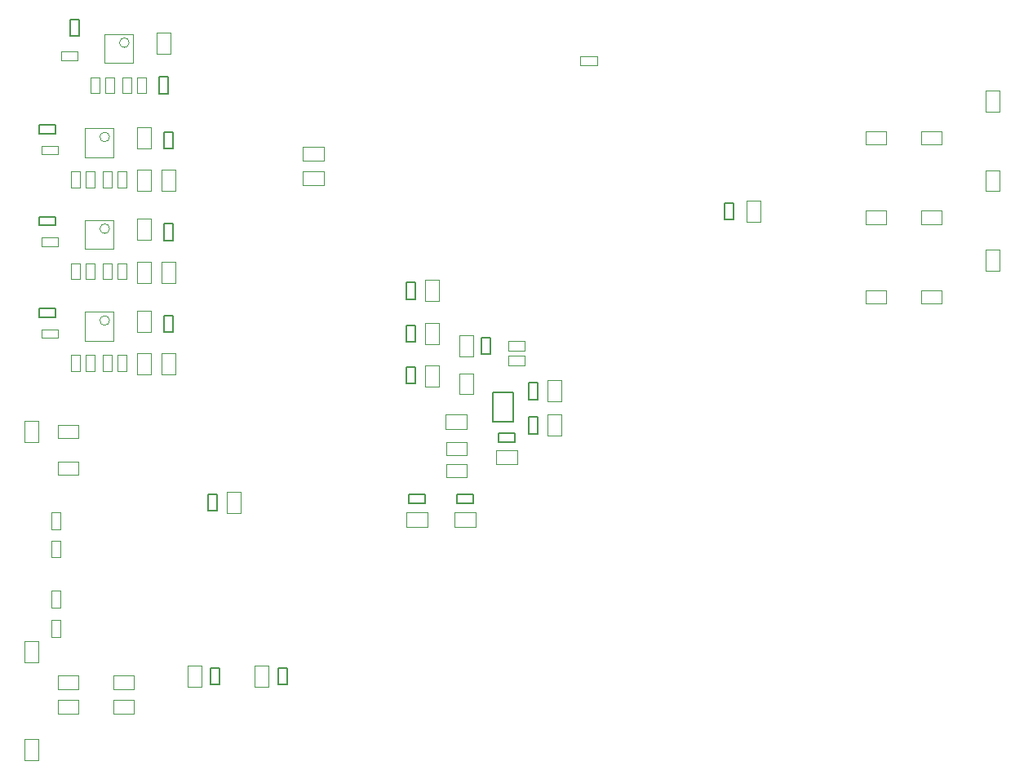
<source format=gbr>
%TF.GenerationSoftware,Altium Limited,Altium Designer,19.1.7 (138)*%
G04 Layer_Color=1265191*
%FSLAX26Y26*%
%MOIN*%
%TF.FileFunction,Other,Bottom_3D_Body*%
%TF.Part,Single*%
G01*
G75*
%TA.AperFunction,NonConductor*%
%ADD49C,0.003937*%
%ADD52C,0.007874*%
D49*
X1573307Y4363622D02*
G03*
X1573307Y4363622I-19685J0D01*
G01*
X1493307Y3978622D02*
G03*
X1493307Y3978622I-19685J0D01*
G01*
Y3603622D02*
G03*
X1493307Y3603622I-19685J0D01*
G01*
Y3228622D02*
G03*
X1493307Y3228622I-19685J0D01*
G01*
X4807677Y3947441D02*
X4892323D01*
X4807677Y4002559D02*
X4892323D01*
X4807677Y3947441D02*
Y4002559D01*
X4892323Y3947441D02*
Y4002559D01*
X4582677Y3947441D02*
X4667323D01*
X4582677Y4002559D02*
X4667323D01*
X4582677Y3947441D02*
Y4002559D01*
X4667323Y3947441D02*
Y4002559D01*
X4582677Y3622441D02*
X4667323D01*
X4582677Y3677559D02*
X4667323D01*
X4582677Y3622441D02*
Y3677559D01*
X4667323Y3622441D02*
Y3677559D01*
X4807677Y3622441D02*
X4892323D01*
X4807677Y3677559D02*
X4892323D01*
X4807677Y3622441D02*
Y3677559D01*
X4892323Y3622441D02*
Y3677559D01*
X2867677Y2677441D02*
X2952323D01*
X2867677Y2732559D02*
X2952323D01*
X2867677Y2677441D02*
Y2732559D01*
X2952323Y2677441D02*
Y2732559D01*
Y2587441D02*
Y2642559D01*
X2867677Y2587441D02*
Y2642559D01*
X2952323D01*
X2867677Y2587441D02*
X2952323D01*
X2922441Y2927677D02*
X2977559D01*
X2922441Y3012323D02*
X2977559D01*
Y2927677D02*
Y3012323D01*
X2922441Y2927677D02*
Y3012323D01*
X1589055Y4280945D02*
Y4399055D01*
X1470945Y4280945D02*
Y4399055D01*
X1589055D01*
X1470945Y4280945D02*
X1589055D01*
X1507677Y1777559D02*
X1592323D01*
X1507677Y1722441D02*
X1592323D01*
Y1777559D01*
X1507677Y1722441D02*
Y1777559D01*
X1507677Y1622441D02*
X1592323D01*
X1507677Y1677559D02*
X1592323D01*
X1507677Y1622441D02*
Y1677559D01*
X1592323Y1622441D02*
Y1677559D01*
X1282677Y1622441D02*
X1367323D01*
X1282677Y1677559D02*
X1367323D01*
X1282677Y1622441D02*
Y1677559D01*
X1367323Y1622441D02*
Y1677559D01*
X1282677Y1777559D02*
X1367323D01*
X1282677Y1722441D02*
X1367323D01*
Y1777559D01*
X1282677Y1722441D02*
Y1777559D01*
X1282677Y2597441D02*
X1367323D01*
X1282677Y2652559D02*
X1367323D01*
X1282677Y2597441D02*
Y2652559D01*
X1367323Y2597441D02*
Y2652559D01*
X1282677Y2802559D02*
X1367323D01*
X1282677Y2747441D02*
X1367323D01*
Y2802559D01*
X1282677Y2747441D02*
Y2802559D01*
X4667323Y3297441D02*
Y3352559D01*
X4582677Y3297441D02*
Y3352559D01*
X4667323D01*
X4582677Y3297441D02*
X4667323D01*
X4892323D02*
Y3352559D01*
X4807677Y3297441D02*
Y3352559D01*
X4892323D01*
X4807677Y3297441D02*
X4892323D01*
X1763543Y3756693D02*
Y3843307D01*
X1706457Y3756693D02*
Y3843307D01*
Y3756693D02*
X1763543D01*
X1706457Y3843307D02*
X1763543D01*
X1283465Y3907284D02*
Y3942716D01*
X1216535Y3907284D02*
Y3942716D01*
X1283465D01*
X1216535Y3907284D02*
X1283465D01*
X1663543Y3756693D02*
Y3843307D01*
X1606457Y3756693D02*
Y3843307D01*
Y3756693D02*
X1663543D01*
X1606457Y3843307D02*
X1663543D01*
X1336299Y3837480D02*
X1373701D01*
X1336299Y3772520D02*
X1373701D01*
X1336299D02*
Y3837480D01*
X1373701Y3772520D02*
Y3837480D01*
X1526299D02*
X1563701D01*
X1526299Y3772520D02*
X1563701D01*
X1526299D02*
Y3837480D01*
X1563701Y3772520D02*
Y3837480D01*
X1396299D02*
X1433701D01*
X1396299Y3772520D02*
X1433701D01*
X1396299D02*
Y3837480D01*
X1433701Y3772520D02*
Y3837480D01*
X1466299Y3772520D02*
X1503701D01*
X1466299Y3837480D02*
X1503701D01*
Y3772520D02*
Y3837480D01*
X1466299Y3772520D02*
Y3837480D01*
X1606457Y4018307D02*
X1663543D01*
X1606457Y3931693D02*
X1663543D01*
X1606457D02*
Y4018307D01*
X1663543Y3931693D02*
Y4018307D01*
X1509055Y3895945D02*
Y4014055D01*
X1390945Y3895945D02*
Y4014055D01*
X1509055D01*
X1390945Y3895945D02*
X1509055D01*
X1763543Y3381693D02*
Y3468307D01*
X1706457Y3381693D02*
Y3468307D01*
Y3381693D02*
X1763543D01*
X1706457Y3468307D02*
X1763543D01*
X1283465Y3532284D02*
Y3567716D01*
X1216535Y3532284D02*
Y3567716D01*
X1283465D01*
X1216535Y3532284D02*
X1283465D01*
X1663543Y3381693D02*
Y3468307D01*
X1606457Y3381693D02*
Y3468307D01*
Y3381693D02*
X1663543D01*
X1606457Y3468307D02*
X1663543D01*
X1336299Y3462480D02*
X1373701D01*
X1336299Y3397520D02*
X1373701D01*
X1336299D02*
Y3462480D01*
X1373701Y3397520D02*
Y3462480D01*
X1526299D02*
X1563701D01*
X1526299Y3397520D02*
X1563701D01*
X1526299D02*
Y3462480D01*
X1563701Y3397520D02*
Y3462480D01*
X1396299D02*
X1433701D01*
X1396299Y3397520D02*
X1433701D01*
X1396299D02*
Y3462480D01*
X1433701Y3397520D02*
Y3462480D01*
X1466299Y3397520D02*
X1503701D01*
X1466299Y3462480D02*
X1503701D01*
Y3397520D02*
Y3462480D01*
X1466299Y3397520D02*
Y3462480D01*
X1606457Y3643307D02*
X1663543D01*
X1606457Y3556693D02*
X1663543D01*
X1606457D02*
Y3643307D01*
X1663543Y3556693D02*
Y3643307D01*
X1509055Y3520945D02*
Y3639055D01*
X1390945Y3520945D02*
Y3639055D01*
X1509055D01*
X1390945Y3520945D02*
X1509055D01*
X1763543Y3006693D02*
Y3093307D01*
X1706457Y3006693D02*
Y3093307D01*
Y3006693D02*
X1763543D01*
X1706457Y3093307D02*
X1763543D01*
X1283465Y3157284D02*
Y3192716D01*
X1216535Y3157284D02*
Y3192716D01*
X1283465D01*
X1216535Y3157284D02*
X1283465D01*
X1663543Y3006693D02*
Y3093307D01*
X1606457Y3006693D02*
Y3093307D01*
Y3006693D02*
X1663543D01*
X1606457Y3093307D02*
X1663543D01*
X1336299Y3087480D02*
X1373701D01*
X1336299Y3022520D02*
X1373701D01*
X1336299D02*
Y3087480D01*
X1373701Y3022520D02*
Y3087480D01*
X1526299D02*
X1563701D01*
X1526299Y3022520D02*
X1563701D01*
X1526299D02*
Y3087480D01*
X1563701Y3022520D02*
Y3087480D01*
X1396299D02*
X1433701D01*
X1396299Y3022520D02*
X1433701D01*
X1396299D02*
Y3087480D01*
X1433701Y3022520D02*
Y3087480D01*
X1466299Y3022520D02*
X1503701D01*
X1466299Y3087480D02*
X1503701D01*
Y3022520D02*
Y3087480D01*
X1466299Y3022520D02*
Y3087480D01*
X1606457Y3268307D02*
X1663543D01*
X1606457Y3181693D02*
X1663543D01*
X1606457D02*
Y3268307D01*
X1663543Y3181693D02*
Y3268307D01*
X1509055Y3145945D02*
Y3264055D01*
X1390945Y3145945D02*
Y3264055D01*
X1509055D01*
X1390945Y3145945D02*
X1509055D01*
X1202559Y1832677D02*
Y1917323D01*
X1147441Y1832677D02*
Y1917323D01*
Y1832677D02*
X1202559D01*
X1147441Y1917323D02*
X1202559D01*
X1296535Y4292283D02*
X1363465D01*
X1296535Y4327717D02*
X1363465D01*
X1296535Y4292283D02*
Y4327717D01*
X1363465Y4292283D02*
Y4327717D01*
X2866693Y2843543D02*
X2953307D01*
X2866693Y2786457D02*
X2953307D01*
Y2843543D01*
X2866693Y2786457D02*
Y2843543D01*
X3415551Y4308701D02*
X3484449D01*
X3415551Y4271299D02*
X3484449D01*
Y4308701D01*
X3415551Y4271299D02*
Y4308701D01*
X1257284Y2443465D02*
X1292717D01*
X1257284Y2376535D02*
X1292717D01*
X1257284D02*
Y2443465D01*
X1292717Y2376535D02*
Y2443465D01*
X2988307Y2386457D02*
Y2443543D01*
X2901693Y2386457D02*
Y2443543D01*
Y2386457D02*
X2988307D01*
X2901693Y2443543D02*
X2988307D01*
X2706693Y2386457D02*
X2793307D01*
X2706693Y2443543D02*
X2793307D01*
Y2386457D02*
Y2443543D01*
X2706693Y2386457D02*
Y2443543D01*
X1868543Y1731693D02*
Y1818307D01*
X1811457Y1731693D02*
Y1818307D01*
X1868543D01*
X1811457Y1731693D02*
X1868543D01*
X2978544Y3081693D02*
Y3168307D01*
X2921457Y3081693D02*
Y3168307D01*
X2978544D01*
X2921457Y3081693D02*
X2978544D01*
X3071693Y2641457D02*
X3158307D01*
X3071693Y2698543D02*
X3158307D01*
Y2641457D02*
Y2698543D01*
X3071693Y2641457D02*
Y2698543D01*
X3338544Y2896693D02*
Y2983307D01*
X3281457Y2896693D02*
Y2983307D01*
X3338544D01*
X3281457Y2896693D02*
X3338544D01*
X3281457Y2843307D02*
X3338544D01*
X3281457Y2756693D02*
Y2843307D01*
Y2756693D02*
X3338544D01*
Y2843307D01*
X1292717Y2261535D02*
Y2328465D01*
X1257284Y2261535D02*
Y2328465D01*
Y2261535D02*
X1292717D01*
X1257284Y2328465D02*
X1292717D01*
X3121142Y3106299D02*
Y3143701D01*
X3190039Y3106299D02*
Y3143701D01*
X3121142Y3106299D02*
X3190039D01*
X3121142Y3143701D02*
X3190039D01*
X1686457Y4403307D02*
X1743543D01*
X1686457Y4316693D02*
X1743543D01*
X1686457D02*
Y4403307D01*
X1743543Y4316693D02*
Y4403307D01*
X3121142Y3046299D02*
Y3083701D01*
X3190039Y3046299D02*
Y3083701D01*
X3121142Y3046299D02*
X3190039D01*
X3121142Y3083701D02*
X3190039D01*
X1292717Y2056535D02*
Y2123465D01*
X1257284Y2056535D02*
Y2123465D01*
Y2056535D02*
X1292717D01*
X1257284Y2123465D02*
X1292717D01*
Y1936535D02*
Y2003465D01*
X1257284Y1936535D02*
Y2003465D01*
Y1936535D02*
X1292717D01*
X1257284Y2003465D02*
X1292717D01*
X1147441Y1517323D02*
X1202559D01*
X1147441Y1432677D02*
X1202559D01*
X1147441D02*
Y1517323D01*
X1202559Y1432677D02*
Y1517323D01*
X1546299Y4157520D02*
X1583701D01*
X1546299Y4222480D02*
X1583701D01*
Y4157520D02*
Y4222480D01*
X1546299Y4157520D02*
Y4222480D01*
X5072441Y3842323D02*
X5127559D01*
X5072441Y3757677D02*
X5127559D01*
X5072441D02*
Y3842323D01*
X5127559Y3757677D02*
Y3842323D01*
X1476299Y4222480D02*
X1513701D01*
X1476299Y4157520D02*
X1513701D01*
X1476299D02*
Y4222480D01*
X1513701Y4157520D02*
Y4222480D01*
X5072441Y4167323D02*
X5127559D01*
X5072441Y4082677D02*
X5127559D01*
X5072441D02*
Y4167323D01*
X5127559Y4082677D02*
Y4167323D01*
X1606299Y4222480D02*
X1643701D01*
X1606299Y4157520D02*
X1643701D01*
X1606299D02*
Y4222480D01*
X1643701Y4157520D02*
Y4222480D01*
X5072441Y3517323D02*
X5127559D01*
X5072441Y3432677D02*
X5127559D01*
X5072441D02*
Y3517323D01*
X5127559Y3432677D02*
Y3517323D01*
X1416299Y4222480D02*
X1453701D01*
X1416299Y4157520D02*
X1453701D01*
X1416299D02*
Y4222480D01*
X1453701Y4157520D02*
Y4222480D01*
X1147441Y2732677D02*
X1202559D01*
X1147441Y2817323D02*
X1202559D01*
Y2732677D02*
Y2817323D01*
X1147441Y2732677D02*
Y2817323D01*
X2281693Y3838543D02*
X2368307D01*
X2281693Y3781457D02*
X2368307D01*
Y3838543D01*
X2281693Y3781457D02*
Y3838543D01*
X2143544Y1731693D02*
Y1818307D01*
X2086457Y1731693D02*
Y1818307D01*
Y1731693D02*
X2143544D01*
X2086457Y1818307D02*
X2143544D01*
X4153543Y3631693D02*
Y3718307D01*
X4096457Y3631693D02*
Y3718307D01*
Y3631693D02*
X4153543D01*
X4096457Y3718307D02*
X4153543D01*
X1971457Y2441693D02*
Y2528307D01*
X2028543Y2441693D02*
Y2528307D01*
X1971457D02*
X2028543D01*
X1971457Y2441693D02*
X2028543D01*
X2781457Y3306693D02*
Y3393307D01*
X2838544Y3306693D02*
Y3393307D01*
X2781457D02*
X2838544D01*
X2781457Y3306693D02*
X2838544D01*
X2781457Y3131693D02*
Y3218307D01*
X2838544Y3131693D02*
Y3218307D01*
X2781457D02*
X2838544D01*
X2781457Y3131693D02*
X2838544D01*
X2281693Y3938543D02*
X2368307D01*
X2281693Y3881457D02*
X2368307D01*
Y3938543D01*
X2281693Y3881457D02*
Y3938543D01*
X2838544Y2956693D02*
Y3043307D01*
X2781457Y2956693D02*
Y3043307D01*
Y2956693D02*
X2838544D01*
X2781457Y3043307D02*
X2838544D01*
D52*
X2707284Y3316535D02*
X2742717D01*
X2707284D02*
Y3383465D01*
X2742717D01*
Y3316535D02*
Y3383465D01*
X2707284Y3141535D02*
X2742717D01*
X2707284D02*
Y3208465D01*
X2742717D01*
Y3141535D02*
Y3208465D01*
X2911535Y2482284D02*
Y2517716D01*
X2978465D01*
Y2482284D02*
Y2517716D01*
X2911535Y2482284D02*
X2978465D01*
X3148465Y2732284D02*
Y2767717D01*
X3081536Y2732284D02*
X3148465D01*
X3081536D02*
Y2767717D01*
X3148465D01*
X1697284Y4223465D02*
X1732716D01*
Y4156535D02*
Y4223465D01*
X1697284Y4156535D02*
X1732716D01*
X1697284D02*
Y4223465D01*
X1717284Y3931535D02*
X1752716D01*
X1717284D02*
Y3998465D01*
X1752716D01*
Y3931535D02*
Y3998465D01*
X3012284Y3091535D02*
X3047717D01*
X3012284D02*
Y3158465D01*
X3047717D01*
Y3091535D02*
Y3158465D01*
X1332284Y4391535D02*
X1367716D01*
X1332284D02*
Y4458465D01*
X1367716D01*
Y4391535D02*
Y4458465D01*
X3141339Y2813977D02*
Y2936024D01*
X3058662Y2813977D02*
X3141339D01*
X3058662D02*
Y2936024D01*
X3141339D01*
X1273465Y3992284D02*
Y4027716D01*
X1206535Y3992284D02*
X1273465D01*
X1206535D02*
Y4027716D01*
X1273465D01*
Y3617284D02*
Y3652716D01*
X1206535Y3617284D02*
X1273465D01*
X1206535D02*
Y3652716D01*
X1273465D01*
X1717284Y3556535D02*
X1752716D01*
X1717284D02*
Y3623465D01*
X1752716D01*
Y3556535D02*
Y3623465D01*
X1273465Y3242284D02*
Y3277716D01*
X1206535Y3242284D02*
X1273465D01*
X1206535D02*
Y3277716D01*
X1273465D01*
X1717284Y3181535D02*
X1752716D01*
X1717284D02*
Y3248465D01*
X1752716D01*
Y3181535D02*
Y3248465D01*
X2716536Y2482284D02*
X2783465D01*
X2716536Y2517717D02*
X2783465D01*
Y2482284D02*
Y2517717D01*
X2716536Y2482284D02*
Y2517717D01*
X1942717Y1741535D02*
Y1808465D01*
X1907284Y1741535D02*
X1942717D01*
X1907284D02*
Y1808465D01*
X1942717D01*
X3242717Y2906535D02*
Y2973465D01*
X3207284Y2906535D02*
Y2973465D01*
X3242717D01*
X3207284Y2906535D02*
X3242717D01*
X3207284Y2833465D02*
X3242717D01*
X3207284Y2766535D02*
Y2833465D01*
X3242717Y2766535D02*
Y2833465D01*
X3207284Y2766535D02*
X3242717D01*
X2182284Y1808465D02*
X2217717D01*
Y1741535D02*
Y1808465D01*
X2182284Y1741535D02*
X2217717D01*
X2182284D02*
Y1808465D01*
X4007284Y3708464D02*
X4042717D01*
Y3641535D02*
Y3708464D01*
X4007284Y3641535D02*
X4042717D01*
X4007284D02*
Y3708464D01*
X1897284Y2451535D02*
X1932717D01*
X1897284D02*
Y2518465D01*
X1932717D01*
Y2451535D02*
Y2518465D01*
X2707284Y3037992D02*
X2742717D01*
Y2971063D02*
Y3037992D01*
X2707284Y2971063D02*
X2742717D01*
X2707284D02*
Y3037992D01*
%TF.MD5,9ebeb8cad5362846cecb839a2547936c*%
M02*

</source>
